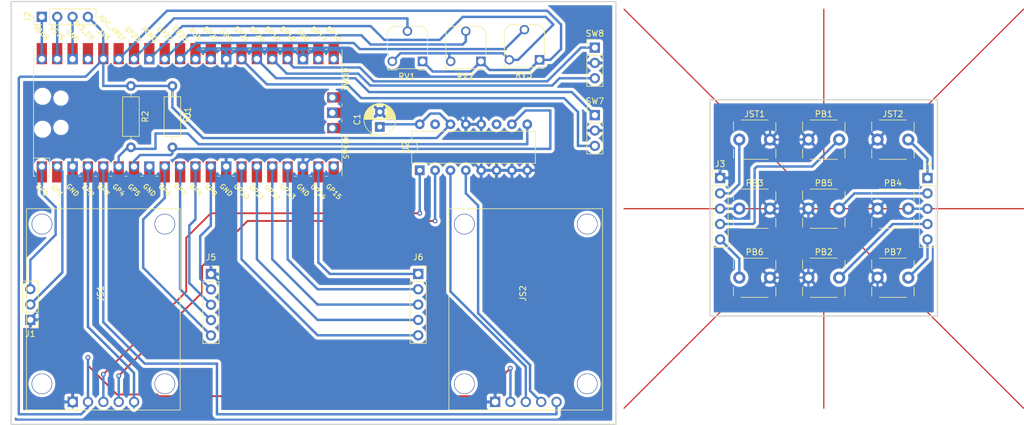
<source format=kicad_pcb>
(kicad_pcb (version 20211014) (generator pcbnew)
  (layers (0 "F.Cu" signal) (31 "B.Cu" signal) (34 "B.Paste" user) (35 "F.Paste" user) (36 "B.SilkS" user "B.Silkscreen") (37 "F.SilkS" user "F.Silkscreen") (38 "B.Mask" user) (39 "F.Mask" user) (44 "Edge.Cuts" user))
  (net 0 "")
  (net 1 "+3V3")
  (net 2 "GND")
  (net 3 "Net-(J1-Pad2)")
  (net 4 "Net-(J1-Pad3)")
  (net 5 "/SWT1")
  (net 6 "/SW3")
  (net 7 "/SW6")
  (net 8 "/SW1")
  (net 9 "/SW5")
  (net 10 "/SW2")
  (net 11 "/SWT2")
  (net 12 "/SW4")
  (net 13 "/SW7")
  (net 14 "Net-(J5-Pad2)")
  (net 15 "Net-(J5-Pad3)")
  (net 16 "Net-(J5-Pad4)")
  (net 17 "Net-(J5-Pad5)")
  (net 18 "Net-(J6-Pad4)")
  (net 19 "Net-(J6-Pad5)")
  (net 20 "/J1X")
  (net 21 "/J1Y")
  (net 22 "/J1S")
  (net 23 "/J2X")
  (net 24 "/J2Y")
  (net 25 "/J2S")
  (net 26 "/SCL")
  (net 27 "/SDA")
  (net 28 "/ADC_VREF")
  (net 29 "/ADC2")
  (net 30 "/AGND")
  (net 31 "/ADC1")
  (net 32 "/ADC0")
  (net 33 "Net-(SW7-Pad1)")
  (net 34 "Net-(SW7-Pad3)")
  (net 35 "Net-(SW8-Pad1)")
  (net 36 "Net-(SW8-Pad3)")
  (net 37 "Net-(U1-Pad40)")
  (net 38 "Net-(U1-Pad39)")
  (net 45 "Net-(U1-Pad38)")
  (net 51 "/BGND")
  (net 52 "Net-(J6-Pad3)")
  (net 53 "Net-(J6-Pad2)")
  (net 54 "Net-(J6-Pad1)")
  (footprint "MyFootprints:SW_PUSH_6mm_SP" (layer "F.Cu") (at 176.8447 60.2389)
    (fp_text reference "JST1")
    (fp_text value "Trigger 1")
  )
  (footprint "Connector_PinSocket_2.54mm:PinSocket_1x05_P2.54mm_Vertical" (layer "F.Cu") (at 90.195 84.739)
    (fp_text reference "J5")
    (fp_text value "CBB1")
  )
  (footprint "MyFootprints:SW_PUSH_6mm_SP" (layer "F.Cu") (at 199.7047 71.6689)
    (fp_text reference "PB4")
    (fp_text value "RIGHT")
  )
  (footprint "Connector_PinHeader_2.54mm:PinHeader_1x03_P2.54mm_Vertical" (layer "F.Cu") (at 153.67 47.244)
    (fp_text reference "SW8")
    (fp_text value "SW_SPDT")
  )
  (footprint "MyFootprints:SW_PUSH_6mm_SP" (layer "F.Cu") (at 188.2747 83.0989)
    (fp_text reference "PB2")
    (fp_text value "DOWN")
  )
  (footprint "Connector_PinSocket_2.54mm:PinSocket_1x05_P2.54mm_Vertical" (layer "F.Cu") (at 124.46 84.714)
    (fp_text reference "J6")
    (fp_text value "CBB2")
  )
  (footprint "Connector_PinHeader_2.54mm:PinHeader_1x03_P2.54mm_Vertical" (layer "F.Cu") (at 153.67 58.435)
    (fp_text reference "SW7")
    (fp_text value "SW_SPDT")
  )
  (footprint "MyFootprints:Joystick" (layer "F.Cu") (at 142.24 90.424 90)
    (fp_text reference "JS2")
    (fp_text value "Stick 2")
  )
  (footprint "MyFootprints:SW_PUSH_6mm_SP" (layer "F.Cu") (at 176.8447 71.6689)
    (fp_text reference "PB3")
    (fp_text value "LEFT")
  )
  (footprint "Connector_PinHeader_2.54mm:PinHeader_1x05_P2.54mm_Vertical" (layer "F.Cu") (at 174.3797 68.8389)
    (fp_text reference "J3")
    (fp_text value "CB1")
  )
  (footprint "Resistor_THT:R_Axial_DIN0207_L6.3mm_D2.5mm_P10.16mm_Horizontal" (layer "F.Cu") (at 83.82 53.594 -90)
    (fp_text reference "R1")
    (fp_text value "4K7")
  )
  (footprint "Package_DIP:DIP-16_W7.62mm" (layer "F.Cu") (at 124.714 67.564 90)
    (fp_text reference "U2")
    (fp_text value "PCF8591")
  )
  (footprint "Connector_PinHeader_2.54mm:PinHeader_1x05_P2.54mm_Vertical" (layer "F.Cu") (at 208.6697 68.8439)
    (fp_text reference "J4")
    (fp_text value "CB2")
  )
  (footprint "MyFootprints:SW_PUSH_6mm_SP" (layer "F.Cu") (at 199.7047 60.2389)
    (fp_text reference "JST2")
    (fp_text value "Trigger 2")
  )
  (footprint "MyFootprints:Joystick" (layer "F.Cu") (at 72.39 90.424 90)
    (fp_text reference "JS1")
    (fp_text value "Stick 1")
  )
  (footprint "MyFootprints:SW_PUSH_6mm_SP" (layer "F.Cu") (at 188.2747 60.2389)
    (fp_text reference "PB1")
    (fp_text value "UP")
  )
  (footprint "MyFootprints:SW_PUSH_6mm_SP" (layer "F.Cu") (at 199.7047 83.0989)
    (fp_text reference "PB7")
    (fp_text value "BR")
  )
  (footprint "Connector_PinHeader_2.54mm:PinHeader_1x03_P2.54mm_Vertical" (layer "F.Cu") (at 60.325 92.314 180)
    (fp_text reference "J1")
    (fp_text value "UART")
  )
  (footprint "Potentiometer_THT:Potentiometer_Runtron_RM-065_Vertical" (layer "F.Cu") (at 144.526 49.276 180)
    (fp_text reference "RV3")
    (fp_text value "ADC0")
  )
  (footprint "Resistor_THT:R_Axial_DIN0207_L6.3mm_D2.5mm_P10.16mm_Horizontal" (layer "F.Cu") (at 76.962 53.594 -90)
    (fp_text reference "R2")
    (fp_text value "4K7")
  )
  (footprint "Capacitor_THT:CP_Radial_D5.0mm_P2.50mm" (layer "F.Cu") (at 118.11 60.387112 90)
    (fp_text reference "C1")
    (fp_text value "10uf")
  )
  (footprint "MyFootprints:SW_PUSH_6mm_SP" (layer "F.Cu") (at 176.8447 83.0989)
    (fp_text reference "PB6")
    (fp_text value "BL")
  )
  (footprint "Potentiometer_THT:Potentiometer_Runtron_RM-065_Vertical" (layer "F.Cu") (at 125.182 49.53 180)
    (fp_text reference "RV1")
    (fp_text value "ADC2")
  )
  (footprint "MCU_RaspberryPi_and_Boards:RPi_Pico_SMD_TH" (layer "F.Cu") (at 86.36 58.039 90)
    (fp_text reference "U1")
    (fp_text value "Pico")
  )
  (footprint "MyFootprints:SW_PUSH_6mm_SP" (layer "F.Cu") (at 188.2747 71.6689)
    (fp_text reference "PB5")
    (fp_text value "Button")
  )
  (footprint "Connector_PinHeader_2.54mm:PinHeader_1x04_P2.54mm_Vertical" (layer "F.Cu") (at 62.23 42.164 90)
    (fp_text reference "J2")
    (fp_text value "VBUS")
  )
  (footprint "Potentiometer_THT:Potentiometer_Runtron_RM-065_Vertical" (layer "F.Cu") (at 134.834 49.53 180)
    (fp_text reference "RV2")
    (fp_text value "AD1")
  )
  (gr_rect (start 172.72 55.88) (end 210.312 91.694) (layer "Edge.Cuts") (width 0.2) (fill none))
  (gr_rect (start 57.15 39.624) (end 157.15 109.624) (layer "Edge.Cuts") (width 0.2) (fill none))
  (dimension (type center) (layer "F.Cu") (pts (xy 191.5247 73.9189) (xy 224.5447 73.9189)) (style (thickness 0.2) (arrow_length 1.27) (text_position_mode 0) (extension_offset 0.5) keep_text_aligned))
  (dimension (type center) (layer "F.Cu") (pts (xy 191.5247 73.9189) (xy 224.5447 40.8989)) (style (thickness 0.2) (arrow_length 1.27) (text_position_mode 0) (extension_offset 0.5) keep_text_aligned))
  (segment (start 69.85 98.552) (end 69.85 99.866661) (width 0.3) (layer "F.Cu") (net 1))
  (segment (start 135.076 104.954) (end 139.7 100.33) (width 0.3) (layer "F.Cu") (net 1))
  (segment (start 81.305712 104.673712) (end 81.586 104.954) (width 0.3) (layer "F.Cu") (net 1))
  (segment (start 69.85 99.866661) (end 74.657051 104.673712) (width 0.3) (layer "F.Cu") (net 1))
  (segment (start 74.657051 104.673712) (end 81.305712 104.673712) (width 0.3) (layer "F.Cu") (net 1))
  (segment (start 81.586 104.954) (end 135.076 104.954) (width 0.3) (layer "F.Cu") (net 1))
  (via (at 69.85 98.552) (size 0.8) (drill 0.4) (layers "F.Cu" "B.Cu") (net 1))
  (via (at 139.7 100.33) (size 0.8) (drill 0.4) (layers "F.Cu" "B.Cu") (net 1))
  (segment (start 129.794 59.944) (end 127.508 62.23) (width 0.4) (layer "B.Cu") (net 1))
  (segment (start 68.724 107.95) (end 69.85 106.824) (width 0.4) (layer "B.Cu") (net 1))
  (segment (start 118.553112 59.944) (end 118.11 60.387112) (width 0.4) (layer "B.Cu") (net 1))
  (segment (start 58.42 107.95) (end 68.724 107.95) (width 0.4) (layer "B.Cu") (net 1))
  (segment (start 83.82 57.158) (end 83.82 53.594) (width 0.4) (layer "B.Cu") (net 1))
  (segment (start 139.715 100.345) (end 139.715 105.904) (width 0.4) (layer "B.Cu") (net 1))
  (segment (start 124.714 59.944) (end 126.492 58.166) (width 0.4) (layer "B.Cu") (net 1))
  (segment (start 58.674 52.07) (end 58.42 52.324) (width 0.4) (layer "B.Cu") (net 1))
  (segment (start 139.7 100.33) (end 139.715 100.345) (width 0.4) (layer "B.Cu") (net 1))
  (segment (start 124.714 59.944) (end 118.553112 59.944) (width 0.4) (layer "B.Cu") (net 1))
  (segment (start 72.39 49.149) (end 69.469 52.07) (width 0.4) (layer "B.Cu") (net 1))
  (segment (start 128.016 58.166) (end 129.794 59.944) (width 0.4) (layer "B.Cu") (net 1))
  (segment (start 69.865 105.904) (end 69.865 98.567) (width 0.4) (layer "B.Cu") (net 1))
  (segment (start 126.492 58.166) (end 128.016 58.166) (width 0.4) (layer "B.Cu") (net 1))
  (segment (start 58.42 52.324) (end 58.42 107.95) (width 0.4) (layer "B.Cu") (net 1))
  (segment (start 72.39 53.594) (end 83.82 53.594) (width 0.4) (layer "B.Cu") (net 1))
  (segment (start 69.865 98.567) (end 69.85 98.552) (width 0.4) (layer "B.Cu") (net 1))
  (segment (start 88.892 62.23) (end 83.82 57.158) (width 0.4) (layer "B.Cu") (net 1))
  (segment (start 72.39 49.149) (end 72.39 53.594) (width 0.4) (layer "B.Cu") (net 1))
  (segment (start 127.508 62.23) (end 88.892 62.23) (width 0.4) (layer "B.Cu") (net 1))
  (segment (start 129.604888 59.754888) (end 129.794 59.944) (width 0.4) (layer "B.Cu") (net 1))
  (segment (start 69.85 42.164) (end 72.39 44.704) (width 0.4) (layer "B.Cu") (net 1))
  (segment (start 69.469 52.07) (end 58.674 52.07) (width 0.4) (layer "B.Cu") (net 1))
  (segment (start 72.39 44.704) (end 72.39 49.149) (width 0.4) (layer "B.Cu") (net 1))
  (segment (start 94.410438 47.448562) (end 103.709562 47.448562) (width 0.4) (layer "B.Cu") (net 2))
  (segment (start 92.71 84.328) (end 92.299 84.739) (width 0.4) (layer "B.Cu") (net 2))
  (segment (start 103.709562 47.448562) (end 105.41 49.149) (width 0.4) (layer "B.Cu") (net 2))
  (segment (start 105.41 49.149) (end 107.293281 47.265719) (width 0.4) (layer "B.Cu") (net 2))
  (segment (start 147.574 67.564) (end 147.828 67.564) (width 0.4) (layer "B.Cu") (net 2))
  (segment (start 147.574 56.896) (end 135.636 56.896) (width 0.4) (layer "B.Cu") (net 2))
  (segment (start 155.956 50.038) (end 155.702 49.784) (width 0.4) (layer "B.Cu") (net 2))
  (segment (start 155.956 66.548) (end 155.956 60.96) (width 0.4) (layer "B.Cu") (net 2))
  (segment (start 60.325 92.075) (end 60.325 92.314) (width 0.4) (layer "B.Cu") (net 2))
  (segment (start 118.847112 57.15) (end 129.54 57.15) (width 0.4) (layer "B.Cu") (net 2))
  (segment (start 142.494 67.564) (end 134.874 67.564) (width 0.4) (layer "B.Cu") (net 2))
  (segment (start 155.194 45.466) (end 155.956 46.228) (width 0.4) (layer "B.Cu") (net 2))
  (segment (start 67.31 106.824) (end 67.31 83.566) (width 0.4) (layer "B.Cu") (net 2))
  (segment (start 155.941 60.975) (end 153.67 60.975) (width 0.4) (layer "B.Cu") (net 2))
  (segment (start 132.44714 65.13714) (end 134.874 67.564) (width 0.4) (layer "B.Cu") (net 2))
  (segment (start 107.20186 65.13714) (end 132.44714 65.13714) (width 0.4) (layer "B.Cu") (net 2))
  (segment (start 151.892 45.466) (end 155.194 45.466) (width 0.4) (layer "B.Cu") (net 2))
  (segment (start 105.41 66.929) (end 107.20186 65.13714) (width 0.4) (layer "B.Cu") (net 2))
  (segment (start 155.956 60.96) (end 155.956 50.038) (width 0.4) (layer "B.Cu") (net 2))
  (segment (start 118.11 57.887112) (end 118.847112 57.15) (width 0.4) (layer "B.Cu") (net 2))
  (segment (start 111.36 105.904) (end 90.195 84.739) (width 0.4) (layer "B.Cu") (net 2))
  (segment (start 154.94 67.564) (end 155.956 66.548) (width 0.4) (layer "B.Cu") (net 2))
  (segment (start 107.293281 47.265719) (end 113.051719 47.265719) (width 0.4) (layer "B.Cu") (net 2))
  (segment (start 155.956 46.228) (end 155.956 50.038) (width 0.4) (layer "B.Cu") (net 2))
  (segment (start 155.956 60.96) (end 155.941 60.975) (width 0.4) (layer "B.Cu") (net 2))
  (segment (start 134.874 59.944) (end 134.874 57.658) (width 0.4) (layer "B.Cu") (net 2))
  (segment (start 145.288 52.07) (end 151.892 45.466) (width 0.4) (layer "B.Cu") (net 2))
  (segment (start 142.494 67.564) (end 147.574 67.564) (width 0.4) (layer "B.Cu") (net 2))
  (segment (start 132.334 59.944) (end 134.874 59.944) (width 0.4) (layer "B.Cu") (net 2))
  (segment (start 92.71 49.149) (end 94.410438 47.448562) (width 0.4) (layer "B.Cu") (net 2))
  (segment (start 147.828 67.564) (end 154.94 67.564) (width 0.4) (layer "B.Cu") (net 2))
  (segment (start 155.702 49.784) (end 153.67 49.784) (width 0.4) (layer "B.Cu") (net 2))
  (segment (start 67.31 83.566) (end 67.31 85.09) (width 0.4) (layer "B.Cu") (net 2))
  (segment (start 113.051719 47.265719) (end 117.856 52.07) (width 0.4) (layer "B.Cu") (net 2))
  (segment (start 67.31 66.929) (end 67.31 83.566) (width 0.4) (layer "B.Cu") (net 2))
  (segment (start 134.874 57.658) (end 135.636 56.896) (width 0.4) (layer "B.Cu") (net 2))
  (segment (start 92.299 84.739) (end 90.195 84.739) (width 0.4) (layer "B.Cu") (net 2))
  (segment (start 137.175 105.904) (end 111.36 105.904) (width 0.4) (layer "B.Cu") (net 2))
  (segment (start 67.31 85.09) (end 60.325 92.075) (width 0.4) (layer "B.Cu") (net 2))
  (segment (start 117.856 52.07) (end 145.288 52.07) (width 0.4) (layer "B.Cu") (net 2))
  (segment (start 129.54 57.15) (end 132.334 59.944) (width 0.4) (layer "B.Cu") (net 2))
  (segment (start 147.574 56.896) (end 147.574 67.564) (width 0.4) (layer "B.Cu") (net 2))
  (segment (start 92.71 66.929) (end 92.71 84.328) (width 0.4) (layer "B.Cu") (net 2))
  (segment (start 65.624 67.783) (end 65.624 84.475) (width 0.4) (layer "B.Cu") (net 3))
  (segment (start 64.77 66.929) (end 65.624 67.783) (width 0.4) (layer "B.Cu") (net 3))
  (segment (start 65.624 84.475) (end 60.325 89.774) (width 0.4) (layer "B.Cu") (net 3))
  (segment (start 60.325 87.234) (end 60.325 82.423) (width 0.4) (layer "B.Cu") (net 4))
  (segment (start 64.516 73.66) (end 62.23 71.374) (width 0.4) (layer "B.Cu") (net 4))
  (segment (start 60.325 82.423) (end 64.516 78.232) (width 0.4) (layer "B.Cu") (net 4))
  (segment (start 62.23 71.374) (end 62.23 66.929) (width 0.4) (layer "B.Cu") (net 4))
  (segment (start 64.516 78.232) (end 64.516 73.66) (width 0.4) (layer "B.Cu") (net 4))
  (segment (start 177.5559 69.8401) (end 177.5559 62.4741) (width 0.4) (layer "B.Cu") (net 5))
  (segment (start 176.0171 71.3789) (end 177.5559 69.8401) (width 0.4) (layer "B.Cu") (net 5))
  (segment (start 174.3797 71.3789) (end 176.0171 71.3789) (width 0.4) (layer "B.Cu") (net 5))
  (segment (start 174.3797 73.9189) (end 177.5411 73.9189) (width 0.4) (layer "B.Cu") (net 6))
  (segment (start 177.5411 73.9189) (end 177.5559 73.9041) (width 0.4) (layer "B.Cu") (net 6))
  (segment (start 174.3797 78.9989) (end 177.5559 82.1751) (width 0.4) (layer "B.Cu") (net 7))
  (segment (start 177.5559 82.1751) (end 177.5559 85.3341) (width 0.4) (layer "B.Cu") (net 7))
  (segment (start 177.5411 76.4589) (end 177.546 76.454) (width 0.4) (layer "B.Cu") (net 8))
  (segment (start 180.086 76.2) (end 180.086 67.31) (width 0.4) (layer "B.Cu") (net 8))
  (segment (start 177.546 76.454) (end 179.832 76.454) (width 0.4) (layer "B.Cu") (net 8))
  (segment (start 180.4621 66.9339) (end 189.6061 66.9339) (width 0.4) (layer "B.Cu") (net 8))
  (segment (start 180.086 67.31) (end 180.4621 66.9339) (width 0.4) (layer "B.Cu") (net 8))
  (segment (start 174.3797 76.4589) (end 177.5411 76.4589) (width 0.4) (layer "B.Cu") (net 8))
  (segment (start 179.832 76.454) (end 180.086 76.2) (width 0.4) (layer "B.Cu") (net 8))
  (segment (start 189.6061 66.9339) (end 194.0659 62.4741) (width 0.4) (layer "B.Cu") (net 8))
  (segment (start 208.6697 71.3839) (end 196.5861 71.3839) (width 0.4) (layer "B.Cu") (net 9))
  (segment (start 196.5861 71.3839) (end 194.0659 73.9041) (width 0.4) (layer "B.Cu") (net 9))
  (segment (start 202.9361 76.4639) (end 194.0659 85.3341) (width 0.4) (layer "B.Cu") (net 10))
  (segment (start 208.6697 76.4639) (end 202.9361 76.4639) (width 0.4) (layer "B.Cu") (net 10))
  (segment (start 208.6697 65.6479) (end 205.4959 62.4741) (width 0.4) (layer "B.Cu") (net 11))
  (segment (start 208.6697 68.8439) (end 208.6697 65.6479) (width 0.4) (layer "B.Cu") (net 11))
  (segment (start 208.6697 73.9239) (end 205.5157 73.9239) (width 0.4) (layer "B.Cu") (net 12))
  (segment (start 205.5157 73.9239) (end 205.4959 73.9041) (width 0.4) (layer "B.Cu") (net 12))
  (segment (start 208.6697 82.1603) (end 205.4959 85.3341) (width 0.4) (layer "B.Cu") (net 13))
  (segment (start 208.6697 79.0039) (end 208.6697 82.1603) (width 0.4) (layer "B.Cu") (net 13))
  (segment (start 88.421425 85.505425) (end 90.195 87.279) (width 0.4) (layer "B.Cu") (net 14))
  (segment (start 90.17 76.708) (end 88.421425 78.456575) (width 0.4) (layer "B.Cu") (net 14))
  (segment (start 88.421425 78.456575) (end 88.421425 85.505425) (width 0.4) (layer "B.Cu") (net 14))
  (segment (start 90.17 66.929) (end 90.17 76.708) (width 0.4) (layer "B.Cu") (net 14))
  (segment (start 90.195 89.819) (end 86.614 86.238) (width 0.4) (layer "B.Cu") (net 15))
  (segment (start 87.63 75.692) (end 87.63 66.929) (width 0.4) (layer "B.Cu") (net 15))
  (segment (start 86.614 86.238) (end 86.614 76.708) (width 0.4) (layer "B.Cu") (net 15))
  (segment (start 86.614 76.708) (end 87.63 75.692) (width 0.4) (layer "B.Cu") (net 15))
  (segment (start 85.09 87.254) (end 85.09 66.929) (width 0.4) (layer "B.Cu") (net 16))
  (segment (start 90.195 92.359) (end 85.09 87.254) (width 0.4) (layer "B.Cu") (net 16))
  (segment (start 78.994 83.698) (end 78.994 75.692) (width 0.4) (layer "B.Cu") (net 17))
  (segment (start 82.55 72.136) (end 82.55 66.929) (width 0.4) (layer "B.Cu") (net 17))
  (segment (start 90.195 94.899) (end 78.994 83.698) (width 0.4) (layer "B.Cu") (net 17))
  (segment (start 78.994 75.692) (end 82.55 72.136) (width 0.4) (layer "B.Cu") (net 17))
  (segment (start 97.79 66.929) (end 97.79 82.296) (width 0.4) (layer "B.Cu") (net 18))
  (segment (start 97.79 82.296) (end 107.828 92.334) (width 0.4) (layer "B.Cu") (net 18))
  (segment (start 107.828 92.334) (end 124.46 92.334) (width 0.4) (layer "B.Cu") (net 18))
  (segment (start 95.25 82.296) (end 95.25 66.929) (width 0.4) (layer "B.Cu") (net 19))
  (segment (start 124.46 94.874) (end 107.828 94.874) (width 0.4) (layer "B.Cu") (net 19))
  (segment (start 107.828 94.874) (end 95.25 82.296) (width 0.4) (layer "B.Cu") (net 19))
  (segment (start 72.39 101.346) (end 86.106 87.63) (width 0.3) (layer "F.Cu") (net 20))
  (segment (start 86.106 78.74) (end 90.17 74.676) (width 0.3) (layer "F.Cu") (net 20))
  (segment (start 90.17 74.676) (end 124.714 74.676) (width 0.3) (layer "F.Cu") (net 20))
  (segment (start 86.106 87.63) (end 86.106 78.74) (width 0.3) (layer "F.Cu") (net 20))
  (via (at 124.714 74.676) (size 0.8) (drill 0.4) (layers "F.Cu" "B.Cu") (net 20))
  (via (at 72.39 101.346) (size 0.8) (drill 0.4) (layers "F.Cu" "B.Cu") (net 20))
  (segment (start 72.39 101.473) (end 72.39 101.346) (width 0.4) (layer "B.Cu") (net 20))
  (segment (start 124.714 74.676) (end 124.714 67.564) (width 0.4) (layer "B.Cu") (net 20))
  (segment (start 72.405 101.488) (end 72.39 101.473) (width 0.4) (layer "B.Cu") (net 20))
  (segment (start 72.405 105.904) (end 72.405 101.488) (width 0.4) (layer "B.Cu") (net 20))
  (segment (start 96.244424 75.946) (end 88.732212 83.458212) (width 0.3) (layer "F.Cu") (net 21))
  (segment (start 88.732212 83.458212) (end 88.732212 87.797788) (width 0.3) (layer "F.Cu") (net 21))
  (segment (start 88.732212 87.797788) (end 74.945 101.585) (width 0.3) (layer "F.Cu") (net 21))
  (segment (start 127.254 75.946) (end 96.244424 75.946) (width 0.3) (layer "F.Cu") (net 21))
  (via (at 74.945 101.585) (size 0.8) (drill 0.4) (layers "F.Cu" "B.Cu") (net 21))
  (via (at 127.254 75.946) (size 0.8) (drill 0.4) (layers "F.Cu" "B.Cu") (net 21))
  (segment (start 127.254 67.564) (end 127.254 75.946) (width 0.4) (layer "B.Cu") (net 21))
  (segment (start 74.945 105.904) (end 74.945 101.585) (width 0.4) (layer "B.Cu") (net 21))
  (segment (start 69.85 66.929) (end 69.85 93.472) (width 0.4) (layer "B.Cu") (net 22))
  (segment (start 77.47 101.092) (end 77.47 106.824) (width 0.4) (layer "B.Cu") (net 22))
  (segment (start 69.85 93.472) (end 77.47 101.092) (width 0.4) (layer "B.Cu") (net 22))
  (segment (start 142.255 100.091) (end 142.255 105.904) (width 0.4) (layer "B.Cu") (net 23))
  (segment (start 129.794 87.63) (end 142.255 100.091) (width 0.4) (layer "B.Cu") (net 23))
  (segment (start 129.794 67.564) (end 129.794 87.63) (width 0.4) (layer "B.Cu") (net 23))
  (segment (start 134.366 91.21205) (end 142.955 99.801051) (width 0.4) (layer "B.Cu") (net 24))
  (segment (start 134.366 73.406) (end 134.366 91.21205) (width 0.4) (layer "B.Cu") (net 24))
  (segment (start 132.334 67.564) (end 132.334 71.374) (width 0.4) (layer "B.Cu") (net 24))
  (segment (start 142.955 99.801051) (end 142.955 104.064) (width 0.4) (layer "B.Cu") (net 24))
  (segment (start 132.334 71.374) (end 134.366 73.406) (width 0.4) (layer "B.Cu") (net 24))
  (segment (start 142.955 104.064) (end 144.795 105.904) (width 0.4) (layer "B.Cu") (net 24))
  (segment (start 91.186 107.95) (end 147.32 107.95) (width 0.4) (layer "B.Cu") (net 25))
  (segment (start 147.32 107.95) (end 147.32 106.824) (width 0.4) (layer "B.Cu") (net 25))
  (segment (start 79.248 99.568) (end 91.186 99.568) (width 0.4) (layer "B.Cu") (net 25))
  (segment (start 72.39 66.929) (end 72.39 92.71) (width 0.4) (layer "B.Cu") (net 25))
  (segment (start 72.39 92.71) (end 79.248 99.568) (width 0.4) (layer "B.Cu") (net 25))
  (segment (start 91.186 99.568) (end 91.186 107.95) (width 0.4) (layer "B.Cu") (net 25))
  (segment (start 83.82 64.008) (end 146.304 64.008) (width 0.4) (layer "B.Cu") (net 26))
  (segment (start 77.47 66.04) (end 78.486 65.024) (width 0.4) (layer "B.Cu") (net 26))
  (segment (start 146.304 57.658) (end 142.24 57.658) (width 0.4) (layer "B.Cu") (net 26))
  (segment (start 83.566 65.024) (end 83.82 64.77) (width 0.4) (layer "B.Cu") (net 26))
  (segment (start 78.486 65.024) (end 83.566 65.024) (width 0.4) (layer "B.Cu") (net 26))
  (segment (start 77.47 66.929) (end 77.47 66.04) (width 0.4) (layer "B.Cu") (net 26))
  (segment (start 146.304 64.008) (end 146.304 57.658) (width 0.4) (layer "B.Cu") (net 26))
  (segment (start 142.24 57.658) (end 139.954 59.944) (width 0.4) (layer "B.Cu") (net 26))
  (segment (start 83.82 64.77) (end 83.82 63.754) (width 0.4) (layer "B.Cu") (net 26))
  (segment (start 81.026 61.468) (end 86.36 61.468) (width 0.4) (layer "B.Cu") (net 27))
  (segment (start 142.494 63.246) (end 142.494 59.944) (width 0.4) (layer "B.Cu") (net 27))
  (segment (start 74.93 66.929) (end 74.93 65.278) (width 0.4) (layer "B.Cu") (net 27))
  (segment (start 74.93 65.278) (end 76.2 64.008) (width 0.4) (layer "B.Cu") (net 27))
  (segment (start 88.138 63.246) (end 142.494 63.246) (width 0.4) (layer "B.Cu") (net 27))
  (segment (start 86.36 61.468) (end 88.138 63.246) (width 0.4) (layer "B.Cu") (net 27))
  (segment (start 76.2 64.008) (end 81.026 64.008) (width 0.4) (layer "B.Cu") (net 27))
  (segment (start 81.026 64.008) (end 81.026 61.468) (width 0.4) (layer "B.Cu") (net 27))
  (segment (start 146.304 49.276) (end 144.526 49.276) (width 0.4) (layer "B.Cu") (net 28))
  (segment (start 145.796 41.148) (end 148.082 43.434) (width 0.4) (layer "B.Cu") (net 28))
  (segment (start 74.93 49.149) (end 82.931 41.148) (width 0.4) (layer "B.Cu") (net 28))
  (segment (start 134.834 49.53) (end 133.151846 51.212154) (width 0.4) (layer "B.Cu") (net 28))
  (segment (start 148.082 43.434) (end 148.082 47.498) (width 0.4) (layer "B.Cu") (net 28))
  (segment (start 142.843846 50.958154) (end 136.262154 50.958154) (width 0.4) (layer "B.Cu") (net 28))
  (segment (start 126.864154 51.212154) (end 125.182 49.53) (width 0.4) (layer "B.Cu") (net 28))
  (segment (start 133.151846 51.212154) (end 126.864154 51.212154) (width 0.4) (layer "B.Cu") (net 28))
  (segment (start 144.526 49.276) (end 142.843846 50.958154) (width 0.4) (layer "B.Cu") (net 28))
  (segment (start 82.931 41.148) (end 145.796 41.148) (width 0.4) (layer "B.Cu") (net 28))
  (segment (start 148.082 47.498) (end 146.304 49.276) (width 0.4) (layer "B.Cu") (net 28))
  (segment (start 136.262154 50.958154) (end 134.834 49.53) (width 0.4) (layer "B.Cu") (net 28))
  (segment (start 122.682 42.418) (end 122.682 44.53) (width 0.4) (layer "B.Cu") (net 29))
  (segment (start 84.074 42.418) (end 122.682 42.418) (width 0.4) (layer "B.Cu") (net 29))
  (segment (start 77.47 49.149) (end 77.343 49.149) (width 0.4) (layer "B.Cu") (net 29))
  (segment (start 77.343 49.149) (end 84.074 42.418) (width 0.4) (layer "B.Cu") (net 29))
  (segment (start 138.448 48.198) (end 139.526 49.276) (width 0.4) (layer "B.Cu") (net 30))
  (segment (start 128.016 45.974) (end 118.872 45.974) (width 0.4) (layer "B.Cu") (net 30))
  (segment (start 140.97 49.276) (end 146.812 43.434) (width 0.4) (layer "B.Cu") (net 30))
  (segment (start 118.872 45.974) (end 116.586 43.688) (width 0.4) (layer "B.Cu") (net 30))
  (segment (start 146.812 43.434) (end 145.542 42.164) (width 0.4) (layer "B.Cu") (net 30))
  (segment (start 145.542 42.164) (end 131.826 42.164) (width 0.4) (layer "B.Cu") (net 30))
  (segment (start 129.602 48.198) (end 138.448 48.198) (width 0.4) (layer "B.Cu") (net 30))
  (segment (start 139.526 49.276) (end 140.97 49.276) (width 0.4) (layer "B.Cu") (net 30))
  (segment (start 129.602 49.298) (end 129.834 49.53) (width 0.4) (layer "B.Cu") (net 30))
  (segment (start 120.182 49.53) (end 121.514 48.198) (width 0.4) (layer "B.Cu") (net 30))
  (segment (start 85.471 43.688) (end 80.01 49.149) (width 0.4) (layer "B.Cu") (net 30))
  (segment (start 129.602 48.198) (end 129.602 49.298) (width 0.4) (layer "B.Cu") (net 30))
  (segment (start 116.586 43.688) (end 85.471 43.688) (width 0.4) (layer "B.Cu") (net 30))
  (segment (start 131.826 42.164) (end 128.016 45.974) (width 0.4) (layer "B.Cu") (net 30))
  (segment (start 121.514 48.198) (end 129.602 48.198) (width 0.4) (layer "B.Cu") (net 30))
  (segment (start 86.487 45.212) (end 115.062 45.212) (width 0.4) (layer "B.Cu") (net 31))
  (segment (start 82.55 49.149) (end 86.487 45.212) (width 0.4) (layer "B.Cu") (net 31))
  (segment (start 115.062 45.212) (end 116.586 46.736) (width 0.4) (layer "B.Cu") (net 31))
  (segment (start 131.826 46.736) (end 132.334 46.228) (width 0.4) (layer "B.Cu") (net 31))
  (segment (start 132.334 46.228) (end 132.334 44.53) (width 0.4) (layer "B.Cu") (net 31))
  (segment (start 116.586 46.736) (end 131.826 46.736) (width 0.4) (layer "B.Cu") (net 31))
  (segment (start 138.938 47.498) (end 138.938 47.364) (width 0.4) (layer "B.Cu") (net 32))
  (segment (start 85.09 49.149) (end 87.757 46.482) (width 0.4) (layer "B.Cu") (net 32))
  (segment (start 138.938 47.364) (end 142.026 44.276) (width 0.4) (layer "B.Cu") (net 32))
  (segment (start 114.808 47.498) (end 138.938 47.498) (width 0.4) (layer "B.Cu") (net 32))
  (segment (start 87.757 46.482) (end 113.792 46.482) (width 0.4) (layer "B.Cu") (net 32))
  (segment (start 113.792 46.482) (end 114.808 47.498) (width 0.4) (layer "B.Cu") (net 32))
  (segment (start 149.845 54.61) (end 153.67 58.435) (width 0.4) (layer "B.Cu") (net 33))
  (segment (start 116.332 54.61) (end 149.845 54.61) (width 0.4) (layer "B.Cu") (net 33))
  (segment (start 114.046 52.324) (end 116.332 54.61) (width 0.4) (layer "B.Cu") (net 33))
  (segment (start 100.965 52.324) (end 114.046 52.324) (width 0.4) (layer "B.Cu") (net 33))
  (segment (start 97.79 49.149) (end 100.965 52.324) (width 0.4) (layer "B.Cu") (net 33))
  (segment (start 112.776 53.34) (end 115.062 55.626) (width 0.4) (layer "B.Cu") (net 34))
  (segment (start 99.441 53.34) (end 112.776 53.34) (width 0.4) (layer "B.Cu") (net 34))
  (segment (start 148.59 55.626) (end 150.876 57.912) (width 0.4) (layer "B.Cu") (net 34))
  (segment (start 150.876 57.912) (end 150.876 63.5) (width 0.4) (layer "B.Cu") (net 34))
  (segment (start 150.891 63.515) (end 153.67 63.515) (width 0.4) (layer "B.Cu") (net 34))
  (segment (start 115.062 55.626) (end 148.59 55.626) (width 0.4) (layer "B.Cu") (net 34))
  (segment (start 150.876 63.5) (end 150.891 63.515) (width 0.4) (layer "B.Cu") (net 34))
  (segment (start 95.25 49.149) (end 99.441 53.34) (width 0.4) (layer "B.Cu") (net 34))
  (segment (start 103.378 49.657) (end 102.87 49.149) (width 0.4) (layer "B.Cu") (net 35))
  (segment (start 114.808 50.546) (end 103.886 50.546) (width 0.4) (layer "B.Cu") (net 35))
  (segment (start 117.094 52.832) (end 114.808 50.546) (width 0.4) (layer "B.Cu") (net 35))
  (segment (start 153.67 47.244) (end 151.384 47.244) (width 0.4) (layer "B.Cu") (net 35))
  (segment (start 151.384 47.244) (end 145.796 52.832) (width 0.4) (layer "B.Cu") (net 35))
  (segment (start 153.67 47.752) (end 153.67 47.244) (width 0.4) (layer "B.Cu") (net 35))
  (segment (start 103.378 50.038) (end 103.378 49.657) (width 0.4) (layer "B.Cu") (net 35))
  (segment (start 145.796 52.832) (end 117.094 52.832) (width 0.4) (layer "B.Cu") (net 35))
  (segment (start 103.886 50.546) (end 103.378 50.038) (width 0.4) (layer "B.Cu") (net 35))
  (segment (start 147.828 52.324) (end 146.62 53.532) (width 0.4) (layer "B.Cu") (net 36))
  (segment (start 146.62 53.532) (end 116.524 53.532) (width 0.4) (layer "B.Cu") (net 36))
  (segment (start 102.743 51.562) (end 100.33 49.149) (width 0.4) (layer "B.Cu") (net 36))
  (segment (start 116.524 53.532) (end 114.554 51.562) (width 0.4) (layer "B.Cu") (net 36))
  (segment (start 114.554 51.562) (end 102.743 51.562) (width 0.4) (layer "B.Cu") (net 36))
  (segment (start 153.67 52.324) (end 147.828 52.324) (width 0.4) (layer "B.Cu") (net 36))
  (segment (start 62.23 49.149) (end 62.23 42.164) (width 0.4) (layer "B.Cu") (net 37))
  (segment (start 64.77 42.164) (end 64.77 49.149) (width 0.4) (layer "B.Cu") (net 38))
  (segment (start 67.31 42.164) (end 67.31 49.149) (width 0.4) (layer "B.Cu") (net 45))
  (segment (start 181.3647 57.4089) (end 195.3507 57.4089) (width 0.4) (layer "B.Cu") (net 51))
  (segment (start 200.4159 89.7927) (end 200.4159 85.3341) (width 0.4) (layer "B.Cu") (net 51))
  (segment (start 182.6359 58.6801) (end 182.6359 62.4741) (width 0.4) (layer "B.Cu") (net 51))
  (segment (start 181.3647 57.4089) (end 182.6359 58.6801) (width 0.4) (layer "B.Cu") (net 51))
  (segment (start 182.6359 62.4741) (end 188.9859 62.4741) (width 0.4) (layer "B.Cu") (net 51))
  (segment (start 188.9859 79.6351) (end 188.9859 85.3341) (width 0.4) (layer "B.Cu") (net 51))
  (segment (start 188.9859 89.7927) (end 188.9847 89.7939) (width 0.4) (layer "B.Cu") (net 51))
  (segment (start 174.3797 68.8389) (end 174.3797 57.4089) (width 0.4) (layer "B.Cu") (net 51))
  (segment (start 188.9859 85.3341) (end 182.6359 85.3341) (width 0.4) (layer "B.Cu") (net 51))
  (segment (start 188.9859 73.9041) (end 182.6359 73.9041) (width 0.4) (layer "B.Cu") (net 51))
  (segment (start 195.3507 57.4089) (end 200.4159 62.4741) (width 0.4) (layer "B.Cu") (net 51))
  (segment (start 194.6849 79.6351) (end 200.4159 73.9041) (width 0.4) (layer "B.Cu") (net 51))
  (segment (start 174.3797 57.4089) (end 181.3647 57.4089) (width 0.4) (layer "B.Cu") (net 51))
  (segment (start 188.9859 73.9041) (end 188.9859 79.6351) (width 0.4) (layer "B.Cu") (net 51))
  (segment (start 200.4147 89.7939) (end 200.4159 89.7927) (width 0.4) (layer "B.Cu") (net 51))
  (segment (start 200.4159 62.4741) (end 188.9859 73.9041) (width 0.4) (layer "B.Cu") (net 51))
  (segment (start 188.9859 79.6351) (end 194.6849 79.6351) (width 0.4) (layer "B.Cu") (net 51))
  (segment (start 188.9847 89.7939) (end 200.4147 89.7939) (width 0.4) (layer "B.Cu") (net 51))
  (segment (start 188.9859 85.3341) (end 188.9859 89.7927) (width 0.4) (layer "B.Cu") (net 51))
  (segment (start 107.828 89.794) (end 124.46 89.794) (width 0.4) (layer "B.Cu") (net 52))
  (segment (start 100.33 82.296) (end 107.828 89.794) (width 0.4) (layer "B.Cu") (net 52))
  (segment (start 100.33 66.929) (end 100.33 82.296) (width 0.4) (layer "B.Cu") (net 52))
  (segment (start 102.87 66.929) (end 102.87 82.296) (width 0.4) (layer "B.Cu") (net 53))
  (segment (start 102.87 82.296) (end 107.828 87.254) (width 0.4) (layer "B.Cu") (net 53))
  (segment (start 107.828 87.254) (end 124.46 87.254) (width 0.4) (layer "B.Cu") (net 53))
  (segment (start 109.86 84.714) (end 107.95 82.804) (width 0.4) (layer "B.Cu") (net 54))
  (segment (start 124.46 84.714) (end 109.86 84.714) (width 0.4) (layer "B.Cu") (net 54))
  (segment (start 107.95 82.804) (end 107.95 66.929) (width 0.4) (layer "B.Cu") (net 54))
  (zone (net 2) (net_name "GND") (layer "B.Cu") (connect_pads (clearance 0.508)) (min_thickness 0.254) (fill yes (thermal_gap 0.508) (thermal_bridge_width 0.508))
    (polygon (pts (xy 157.226 109.728) (xy 57.15 109.474) (xy 57.15 39.37) (xy 157.226 39.624)))
  )
  (zone (net 51) (net_name "/BGND") (layer "B.Cu") (connect_pads (clearance 0.508)) (min_thickness 0.254) (fill yes (thermal_gap 0.508) (thermal_bridge_width 0.508))
    (polygon (pts (xy 210.312 91.694) (xy 172.72 91.694) (xy 172.72 55.88) (xy 210.312 55.88)))
  )
)
</source>
